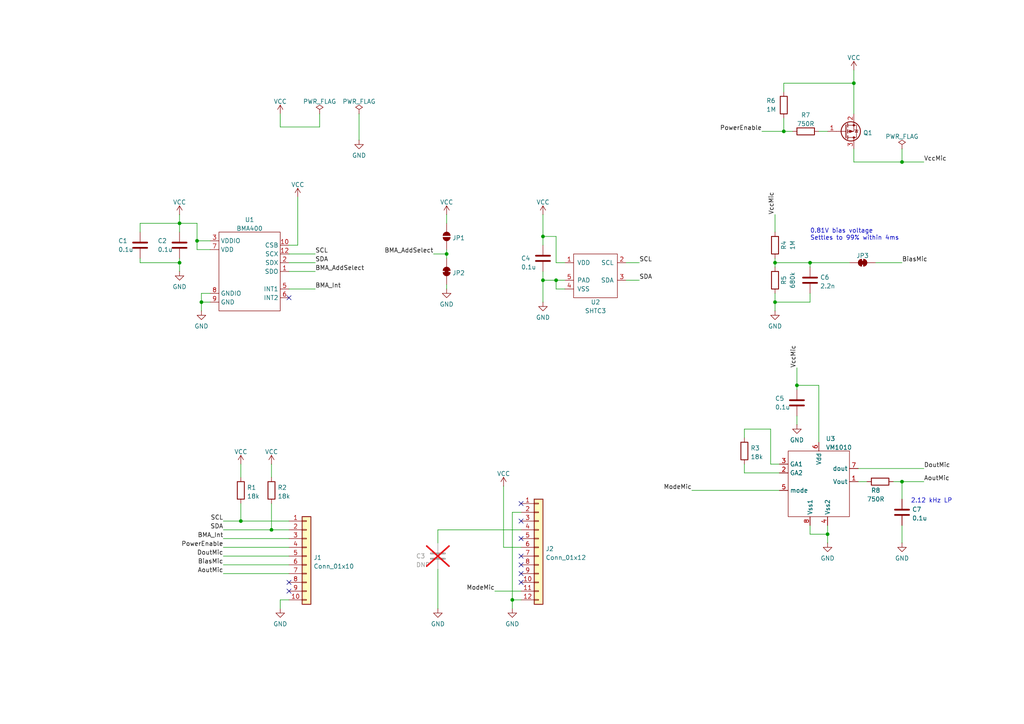
<source format=kicad_sch>
(kicad_sch (version 20231120) (generator "eeschema") (generator_version "8.0")
  (paper "A4")
  (lib_symbols
    (symbol "Connector_Generic:Conn_01x10" (pin_names (offset 1.016) hide)
      (property "Reference" "J" (at 0 12.7 0))
      (property "Value" "Conn_01x10" (at 0 -15.24 0))
      (symbol "Conn_01x10_1_1"
        (rectangle (start -1.27 -12.573) (end 0 -12.827) (stroke (width 0.1524)))
        (rectangle (start -1.27 -10.033) (end 0 -10.287) (stroke (width 0.1524)))
        (rectangle (start -1.27 -7.493) (end 0 -7.747) (stroke (width 0.1524)))
        (rectangle (start -1.27 -4.953) (end 0 -5.207) (stroke (width 0.1524)))
        (rectangle (start -1.27 -2.413) (end 0 -2.667) (stroke (width 0.1524)))
        (rectangle (start -1.27 0.127) (end 0 -0.127) (stroke (width 0.1524)))
        (rectangle (start -1.27 2.667) (end 0 2.413) (stroke (width 0.1524)))
        (rectangle (start -1.27 5.207) (end 0 4.953) (stroke (width 0.1524)))
        (rectangle (start -1.27 7.747) (end 0 7.493) (stroke (width 0.1524)))
        (rectangle (start -1.27 10.287) (end 0 10.033) (stroke (width 0.1524)))
        (rectangle (start -1.27 11.43) (end 1.27 -13.97) (stroke (width 0.254)) (fill (type background)))
        (pin passive line (at -5.08 10.16 0) (length 3.81) (name "Pin_1") (number "1"))
        (pin passive line (at -5.08 -12.7 0) (length 3.81) (name "Pin_10") (number "10"))
        (pin passive line (at -5.08 7.62 0) (length 3.81) (name "Pin_2") (number "2"))
        (pin passive line (at -5.08 5.08 0) (length 3.81) (name "Pin_3") (number "3"))
        (pin passive line (at -5.08 2.54 0) (length 3.81) (name "Pin_4") (number "4"))
        (pin passive line (at -5.08 0 0) (length 3.81) (name "Pin_5") (number "5"))
        (pin passive line (at -5.08 -2.54 0) (length 3.81) (name "Pin_6") (number "6"))
        (pin passive line (at -5.08 -5.08 0) (length 3.81) (name "Pin_7") (number "7"))
        (pin passive line (at -5.08 -7.62 0) (length 3.81) (name "Pin_8") (number "8"))
        (pin passive line (at -5.08 -10.16 0) (length 3.81) (name "Pin_9") (number "9"))
      )
    )
    (symbol "Connector_Generic:Conn_01x12" (pin_names (offset 1.016) hide)
      (property "Reference" "J" (at 0 15.24 0))
      (property "Value" "Conn_01x12" (at 0 -17.78 0))
      (symbol "Conn_01x12_1_1"
        (rectangle (start -1.27 -15.113) (end 0 -15.367) (stroke (width 0.1524)))
        (rectangle (start -1.27 -12.573) (end 0 -12.827) (stroke (width 0.1524)))
        (rectangle (start -1.27 -10.033) (end 0 -10.287) (stroke (width 0.1524)))
        (rectangle (start -1.27 -7.493) (end 0 -7.747) (stroke (width 0.1524)))
        (rectangle (start -1.27 -4.953) (end 0 -5.207) (stroke (width 0.1524)))
        (rectangle (start -1.27 -2.413) (end 0 -2.667) (stroke (width 0.1524)))
        (rectangle (start -1.27 0.127) (end 0 -0.127) (stroke (width 0.1524)))
        (rectangle (start -1.27 2.667) (end 0 2.413) (stroke (width 0.1524)))
        (rectangle (start -1.27 5.207) (end 0 4.953) (stroke (width 0.1524)))
        (rectangle (start -1.27 7.747) (end 0 7.493) (stroke (width 0.1524)))
        (rectangle (start -1.27 10.287) (end 0 10.033) (stroke (width 0.1524)))
        (rectangle (start -1.27 12.827) (end 0 12.573) (stroke (width 0.1524)))
        (rectangle (start -1.27 13.97) (end 1.27 -16.51) (stroke (width 0.254)) (fill (type background)))
        (pin passive line (at -5.08 12.7 0) (length 3.81) (name "Pin_1") (number "1"))
        (pin passive line (at -5.08 -10.16 0) (length 3.81) (name "Pin_10") (number "10"))
        (pin passive line (at -5.08 -12.7 0) (length 3.81) (name "Pin_11") (number "11"))
        (pin passive line (at -5.08 -15.24 0) (length 3.81) (name "Pin_12") (number "12"))
        (pin passive line (at -5.08 10.16 0) (length 3.81) (name "Pin_2") (number "2"))
        (pin passive line (at -5.08 7.62 0) (length 3.81) (name "Pin_3") (number "3"))
        (pin passive line (at -5.08 5.08 0) (length 3.81) (name "Pin_4") (number "4"))
        (pin passive line (at -5.08 2.54 0) (length 3.81) (name "Pin_5") (number "5"))
        (pin passive line (at -5.08 0 0) (length 3.81) (name "Pin_6") (number "6"))
        (pin passive line (at -5.08 -2.54 0) (length 3.81) (name "Pin_7") (number "7"))
        (pin passive line (at -5.08 -5.08 0) (length 3.81) (name "Pin_8") (number "8"))
        (pin passive line (at -5.08 -7.62 0) (length 3.81) (name "Pin_9") (number "9"))
      )
    )
    (symbol "Device:C" (pin_numbers hide) (pin_names (offset 0.254))
      (property "Reference" "C" (at 0.635 2.54 0))
      (property "Value" "C" (at 0.635 -2.54 0))
      (symbol "C_0_1"
        (polyline (pts (xy -2.032 -0.762) (xy 2.032 -0.762)) (stroke (width 0.508)))
        (polyline (pts (xy -2.032 0.762) (xy 2.032 0.762)) (stroke (width 0.508)))
      )
      (symbol "C_1_1"
        (pin passive line (at 0 3.81 270) (length 2.794) (name "~") (number "1"))
        (pin passive line (at 0 -3.81 90) (length 2.794) (name "~") (number "2"))
      )
    )
    (symbol "Device:Q_PMOS_GSD" (pin_names (offset 0) hide)
      (property "Reference" "Q" (at 5.08 1.27 0))
      (property "Value" "Q_PMOS_GSD" (at 5.08 -1.27 0))
      (symbol "Q_PMOS_GSD_0_1"
        (polyline (pts (xy 0.254 0) (xy -2.54 0)))
        (polyline (pts (xy 0.254 1.905) (xy 0.254 -1.905)) (stroke (width 0.254)))
        (polyline (pts (xy 0.762 -1.27) (xy 0.762 -2.286)) (stroke (width 0.254)))
        (polyline (pts (xy 0.762 0.508) (xy 0.762 -0.508)) (stroke (width 0.254)))
        (polyline (pts (xy 0.762 2.286) (xy 0.762 1.27)) (stroke (width 0.254)))
        (polyline (pts (xy 2.54 2.54) (xy 2.54 1.778)))
        (polyline (pts (xy 2.54 -2.54) (xy 2.54 0) (xy 0.762 0)))
        (polyline (pts (xy 0.762 1.778) (xy 3.302 1.778) (xy 3.302 -1.778) (xy 0.762 -1.778)))
        (polyline (pts (xy 2.286 0) (xy 1.27 0.381) (xy 1.27 -0.381) (xy 2.286 0)) (fill (type outline)))
        (polyline (pts (xy 2.794 -0.508) (xy 2.921 -0.381) (xy 3.683 -0.381) (xy 3.81 -0.254)))
        (polyline (pts (xy 3.302 -0.381) (xy 2.921 0.254) (xy 3.683 0.254) (xy 3.302 -0.381)))
        (circle (center 1.651 0) (radius 2.794) (stroke (width 0.254)))
        (circle (center 2.54 -1.778) (radius 0.254) (fill (type outline)))
        (circle (center 2.54 1.778) (radius 0.254) (fill (type outline)))
      )
      (symbol "Q_PMOS_GSD_1_1"
        (pin input line (at -5.08 0 0) (length 2.54) (name "G") (number "1"))
        (pin passive line (at 2.54 -5.08 90) (length 2.54) (name "S") (number "2"))
        (pin passive line (at 2.54 5.08 270) (length 2.54) (name "D") (number "3"))
      )
    )
    (symbol "Device:R" (pin_numbers hide) (pin_names (offset 0))
      (property "Reference" "R" (at 2.032 0 90))
      (property "Value" "R" (at 0 0 90))
      (symbol "R_0_1"
        (rectangle (start -1.016 -2.54) (end 1.016 2.54) (stroke (width 0.254)))
      )
      (symbol "R_1_1"
        (pin passive line (at 0 3.81 270) (length 1.27) (name "~") (number "1"))
        (pin passive line (at 0 -3.81 90) (length 1.27) (name "~") (number "2"))
      )
    )
    (symbol "Jumper:SolderJumper_2_Bridged" (pin_numbers hide) (pin_names (offset 0) hide) (exclude_from_sim yes) (in_bom no)
      (property "Reference" "JP" (at 0 2.032 0))
      (property "Value" "SolderJumper_2_Bridged" (at 0 -2.54 0))
      (symbol "SolderJumper_2_Bridged_0_1"
        (rectangle (start -0.508 0.508) (end 0.508 -0.508) (fill (type outline)))
        (arc (start -0.254 1.016) (mid -1.2656 0) (end -0.254 -1.016))
        (arc (start -0.254 1.016) (mid -1.2656 0) (end -0.254 -1.016) (fill (type outline)))
        (polyline (pts (xy -0.254 1.016) (xy -0.254 -1.016)))
        (polyline (pts (xy 0.254 1.016) (xy 0.254 -1.016)))
        (arc (start 0.254 -1.016) (mid 1.2656 0) (end 0.254 1.016))
        (arc (start 0.254 -1.016) (mid 1.2656 0) (end 0.254 1.016) (fill (type outline)))
      )
      (symbol "SolderJumper_2_Bridged_1_1"
        (pin passive line (at -3.81 0 0) (length 2.54) (name "A") (number "1"))
        (pin passive line (at 3.81 0 180) (length 2.54) (name "B") (number "2"))
      )
    )
    (symbol "Jumper:SolderJumper_2_Open" (pin_numbers hide) (pin_names (offset 0) hide) (exclude_from_sim yes) (in_bom no)
      (property "Reference" "JP" (at 0 2.032 0))
      (property "Value" "SolderJumper_2_Open" (at 0 -2.54 0))
      (symbol "SolderJumper_2_Open_0_1"
        (arc (start -0.254 1.016) (mid -1.2656 0) (end -0.254 -1.016))
        (arc (start -0.254 1.016) (mid -1.2656 0) (end -0.254 -1.016) (fill (type outline)))
        (polyline (pts (xy -0.254 1.016) (xy -0.254 -1.016)))
        (polyline (pts (xy 0.254 1.016) (xy 0.254 -1.016)))
        (arc (start 0.254 -1.016) (mid 1.2656 0) (end 0.254 1.016))
        (arc (start 0.254 -1.016) (mid 1.2656 0) (end 0.254 1.016) (fill (type outline)))
      )
      (symbol "SolderJumper_2_Open_1_1"
        (pin passive line (at -3.81 0 0) (length 2.54) (name "A") (number "1"))
        (pin passive line (at 3.81 0 180) (length 2.54) (name "B") (number "2"))
      )
    )
    (symbol "power:GND" (power) (pin_numbers hide) (pin_names (offset 0) hide)
      (property "Value" "GND" (at 0 -3.81 0))
      (symbol "GND_0_1"
        (polyline (pts (xy 0 0) (xy 0 -1.27) (xy 1.27 -1.27) (xy 0 -2.54) (xy -1.27 -1.27) (xy 0 -1.27)))
      )
      (symbol "GND_1_1"
        (pin power_in line (at 0 0 270) (length 0) (name "~") (number "1"))
      )
    )
    (symbol "power:PWR_FLAG" (power) (pin_numbers hide) (pin_names (offset 0) hide)
      (property "Value" "PWR_FLAG" (at 0 3.81 0))
      (symbol "PWR_FLAG_0_0"
        (pin power_out line (at 0 0 90) (length 0) (name "~") (number "1"))
      )
      (symbol "PWR_FLAG_0_1"
        (polyline (pts (xy 0 0) (xy 0 1.27) (xy -1.016 1.905) (xy 0 2.54) (xy 1.016 1.905) (xy 0 1.27)))
      )
    )
    (symbol "power:VCC" (power) (pin_numbers hide) (pin_names (offset 0) hide)
      (property "Value" "VCC" (at 0 3.556 0))
      (symbol "VCC_0_1"
        (polyline (pts (xy -0.762 1.27) (xy 0 2.54)))
        (polyline (pts (xy 0 0) (xy 0 2.54)))
        (polyline (pts (xy 0 2.54) (xy 0.762 1.27)))
      )
      (symbol "VCC_1_1"
        (pin power_in line (at 0 0 90) (length 0) (name "~") (number "1"))
      )
    )
    (symbol "voltix:BMA400"
      (property "Reference" "U" (at 0 -16.51 0))
      (property "Value" "BMA400" (at 0 -13.97 0))
      (symbol "BMA400_0_1"
        (rectangle (start -8.89 11.43) (end 8.89 -11.43))
      )
      (symbol "BMA400_1_1"
        (pin output line (at 11.43 0 180) (length 2.54) (name "SDO") (number "1"))
        (pin input line (at 11.43 7.62 180) (length 2.54) (name "CSB") (number "10"))
        (pin no_connect line (at -11.43 -1.27 0) (length 2.54) hide (name "NC") (number "11"))
        (pin input line (at 11.43 5.08 180) (length 2.54) (name "SCX") (number "12"))
        (pin input line (at 11.43 2.54 180) (length 2.54) (name "SDX") (number "2"))
        (pin power_in line (at -11.43 8.89 0) (length 2.54) (name "VDDIO") (number "3"))
        (pin no_connect line (at -11.43 1.27 0) (length 2.54) hide (name "NC") (number "4"))
        (pin output line (at 11.43 -5.08 180) (length 2.54) (name "INT1") (number "5"))
        (pin output line (at 11.43 -7.62 180) (length 2.54) (name "INT2") (number "6"))
        (pin power_in line (at -11.43 6.35 0) (length 2.54) (name "VDD") (number "7"))
        (pin power_in line (at -11.43 -6.35 0) (length 2.54) (name "GNDIO") (number "8"))
        (pin power_in line (at -11.43 -8.89 0) (length 2.54) (name "GND") (number "9"))
      )
    )
    (symbol "voltix:SHTC3" (pin_names (offset 1.016))
      (property "Reference" "U" (at 0 -10.16 0))
      (property "Value" "SHTC3" (at 0 -7.62 0))
      (symbol "SHTC3_0_1"
        (rectangle (start -6.35 6.35) (end 6.35 -6.35))
      )
      (symbol "SHTC3_1_1"
        (pin power_in line (at -8.89 3.81 0) (length 2.54) (name "VDD") (number "1"))
        (pin input line (at 8.89 3.81 180) (length 2.54) (name "SCL") (number "2"))
        (pin bidirectional line (at 8.89 -1.27 180) (length 2.54) (name "SDA") (number "3"))
        (pin power_in line (at -8.89 -3.81 0) (length 2.54) (name "VSS") (number "4"))
        (pin power_in line (at -8.89 -1.27 0) (length 2.54) (name "PAD") (number "5"))
      )
    )
    (symbol "voltix:VM1010"
      (property "Reference" "U" (at 10.16 -13.97 0))
      (property "Value" "VM1010" (at 10.16 -11.43 0))
      (symbol "VM1010_0_1"
        (rectangle (start -8.89 10.16) (end 8.89 -8.89))
      )
      (symbol "VM1010_1_1"
        (pin output line (at 11.43 1.27 180) (length 2.54) (name "Vout") (number "1"))
        (pin passive line (at -11.43 3.81 0) (length 2.54) (name "GA2") (number "2"))
        (pin passive line (at -11.43 6.35 0) (length 2.54) (name "GA1") (number "3"))
        (pin power_in line (at 2.54 -11.43 90) (length 2.54) (name "Vss2") (number "4"))
        (pin input line (at -11.43 -1.27 0) (length 2.54) (name "mode") (number "5"))
        (pin power_in line (at 0 12.7 270) (length 2.54) (name "Vdd") (number "6"))
        (pin output line (at 11.43 5.08 180) (length 2.54) (name "dout") (number "7"))
        (pin power_in line (at -2.54 -11.43 90) (length 2.54) (name "Vss1") (number "8"))
      )
    )
  )
  (junction (at 247.65 24.13))
  (junction (at 224.79 76.2))
  (junction (at 148.59 173.99))
  (junction (at 52.07 76.2))
  (junction (at 157.48 68.58))
  (junction (at 234.95 76.2))
  (junction (at 161.29 81.28))
  (junction (at 129.54 73.66))
  (junction (at 78.74 153.67))
  (junction (at 157.48 81.28))
  (junction (at 261.62 46.99))
  (junction (at 57.15 69.85))
  (junction (at 240.03 154.94))
  (junction (at 231.14 111.76))
  (junction (at 69.85 151.13))
  (junction (at 58.42 87.63))
  (junction (at 224.79 87.63))
  (junction (at 52.07 64.77))
  (junction (at 261.62 139.7))
  (junction (at 227.33 38.1))
  (no_connect (at 151.13 146.05))
  (no_connect (at 151.13 163.83))
  (no_connect (at 83.82 86.36))
  (no_connect (at 151.13 156.21))
  (no_connect (at 83.82 171.45))
  (no_connect (at 151.13 168.91))
  (no_connect (at 151.13 161.29))
  (no_connect (at 151.13 166.37))
  (no_connect (at 83.82 168.91))
  (no_connect (at 151.13 151.13))
  (wire (pts (xy 64.77 151.13) (xy 69.85 151.13)))
  (wire (pts (xy 58.42 90.17) (xy 58.42 87.63)))
  (wire (pts (xy 227.33 34.29) (xy 227.33 38.1)))
  (wire (pts (xy 227.33 38.1) (xy 229.87 38.1)))
  (wire (pts (xy 64.77 158.75) (xy 83.82 158.75)))
  (wire (pts (xy 69.85 134.62) (xy 69.85 138.43)))
  (wire (pts (xy 146.05 158.75) (xy 151.13 158.75)))
  (wire (pts (xy 215.9 137.16) (xy 215.9 134.62)))
  (wire (pts (xy 227.33 24.13) (xy 247.65 24.13)))
  (wire (pts (xy 57.15 69.85) (xy 57.15 64.77)))
  (wire (pts (xy 157.48 81.28) (xy 157.48 87.63)))
  (wire (pts (xy 81.28 173.99) (xy 83.82 173.99)))
  (wire (pts (xy 81.28 176.53) (xy 81.28 173.99)))
  (wire (pts (xy 52.07 62.23) (xy 52.07 64.77)))
  (wire (pts (xy 64.77 166.37) (xy 83.82 166.37)))
  (wire (pts (xy 40.64 74.93) (xy 40.64 76.2)))
  (wire (pts (xy 151.13 153.67) (xy 127 153.67)))
  (wire (pts (xy 52.07 76.2) (xy 52.07 78.74)))
  (wire (pts (xy 224.79 76.2) (xy 234.95 76.2)))
  (wire (pts (xy 83.82 73.66) (xy 91.44 73.66)))
  (wire (pts (xy 248.92 135.89) (xy 267.97 135.89)))
  (wire (pts (xy 181.61 76.2) (xy 185.42 76.2)))
  (wire (pts (xy 261.62 46.99) (xy 267.97 46.99)))
  (wire (pts (xy 146.05 140.97) (xy 146.05 158.75)))
  (wire (pts (xy 161.29 83.82) (xy 161.29 81.28)))
  (wire (pts (xy 78.74 146.05) (xy 78.74 153.67)))
  (wire (pts (xy 83.82 76.2) (xy 91.44 76.2)))
  (wire (pts (xy 261.62 43.18) (xy 261.62 46.99)))
  (wire (pts (xy 234.95 154.94) (xy 240.03 154.94)))
  (wire (pts (xy 247.65 46.99) (xy 261.62 46.99)))
  (wire (pts (xy 40.64 64.77) (xy 52.07 64.77)))
  (wire (pts (xy 83.82 78.74) (xy 91.44 78.74)))
  (wire (pts (xy 58.42 85.09) (xy 60.96 85.09)))
  (wire (pts (xy 259.08 139.7) (xy 261.62 139.7)))
  (wire (pts (xy 223.52 134.62) (xy 226.06 134.62)))
  (wire (pts (xy 92.71 36.83) (xy 92.71 33.02)))
  (wire (pts (xy 52.07 74.93) (xy 52.07 76.2)))
  (wire (pts (xy 86.36 57.15) (xy 86.36 71.12)))
  (wire (pts (xy 224.79 74.93) (xy 224.79 76.2)))
  (wire (pts (xy 40.64 67.31) (xy 40.64 64.77)))
  (wire (pts (xy 234.95 85.09) (xy 234.95 87.63)))
  (wire (pts (xy 60.96 72.39) (xy 57.15 72.39)))
  (wire (pts (xy 52.07 64.77) (xy 52.07 67.31)))
  (wire (pts (xy 163.83 81.28) (xy 161.29 81.28)))
  (wire (pts (xy 234.95 87.63) (xy 224.79 87.63)))
  (wire (pts (xy 69.85 151.13) (xy 83.82 151.13)))
  (wire (pts (xy 234.95 77.47) (xy 234.95 76.2)))
  (wire (pts (xy 215.9 127) (xy 215.9 124.46)))
  (wire (pts (xy 224.79 87.63) (xy 224.79 90.17)))
  (wire (pts (xy 231.14 106.68) (xy 231.14 111.76)))
  (wire (pts (xy 58.42 87.63) (xy 60.96 87.63)))
  (wire (pts (xy 78.74 153.67) (xy 83.82 153.67)))
  (wire (pts (xy 234.95 152.4) (xy 234.95 154.94)))
  (wire (pts (xy 234.95 76.2) (xy 246.38 76.2)))
  (wire (pts (xy 261.62 139.7) (xy 261.62 144.78)))
  (wire (pts (xy 240.03 154.94) (xy 240.03 157.48)))
  (wire (pts (xy 224.79 85.09) (xy 224.79 87.63)))
  (wire (pts (xy 237.49 128.27) (xy 237.49 111.76)))
  (wire (pts (xy 181.61 81.28) (xy 185.42 81.28)))
  (wire (pts (xy 157.48 62.23) (xy 157.48 68.58)))
  (wire (pts (xy 215.9 124.46) (xy 223.52 124.46)))
  (wire (pts (xy 247.65 24.13) (xy 247.65 20.32)))
  (wire (pts (xy 237.49 111.76) (xy 231.14 111.76)))
  (wire (pts (xy 224.79 76.2) (xy 224.79 77.47)))
  (wire (pts (xy 129.54 62.23) (xy 129.54 64.77)))
  (wire (pts (xy 125.73 73.66) (xy 129.54 73.66)))
  (wire (pts (xy 129.54 72.39) (xy 129.54 73.66)))
  (wire (pts (xy 161.29 76.2) (xy 161.29 68.58)))
  (wire (pts (xy 163.83 83.82) (xy 161.29 83.82)))
  (wire (pts (xy 57.15 72.39) (xy 57.15 69.85)))
  (wire (pts (xy 148.59 148.59) (xy 151.13 148.59)))
  (wire (pts (xy 57.15 69.85) (xy 60.96 69.85)))
  (wire (pts (xy 148.59 176.53) (xy 148.59 173.99)))
  (wire (pts (xy 227.33 26.67) (xy 227.33 24.13)))
  (wire (pts (xy 231.14 111.76) (xy 231.14 113.03)))
  (wire (pts (xy 64.77 156.21) (xy 83.82 156.21)))
  (wire (pts (xy 237.49 38.1) (xy 240.03 38.1)))
  (wire (pts (xy 157.48 78.74) (xy 157.48 81.28)))
  (wire (pts (xy 248.92 139.7) (xy 251.46 139.7)))
  (wire (pts (xy 143.51 171.45) (xy 151.13 171.45)))
  (wire (pts (xy 247.65 24.13) (xy 247.65 33.02)))
  (wire (pts (xy 129.54 73.66) (xy 129.54 74.93)))
  (wire (pts (xy 240.03 152.4) (xy 240.03 154.94)))
  (wire (pts (xy 231.14 120.65) (xy 231.14 123.19)))
  (wire (pts (xy 81.28 36.83) (xy 92.71 36.83)))
  (wire (pts (xy 224.79 62.23) (xy 224.79 67.31)))
  (wire (pts (xy 161.29 68.58) (xy 157.48 68.58)))
  (wire (pts (xy 104.14 33.02) (xy 104.14 40.64)))
  (wire (pts (xy 69.85 146.05) (xy 69.85 151.13)))
  (wire (pts (xy 86.36 71.12) (xy 83.82 71.12)))
  (wire (pts (xy 57.15 64.77) (xy 52.07 64.77)))
  (wire (pts (xy 127 153.67) (xy 127 157.48)))
  (wire (pts (xy 157.48 68.58) (xy 157.48 71.12)))
  (wire (pts (xy 148.59 173.99) (xy 151.13 173.99)))
  (wire (pts (xy 223.52 124.46) (xy 223.52 134.62)))
  (wire (pts (xy 247.65 43.18) (xy 247.65 46.99)))
  (wire (pts (xy 64.77 161.29) (xy 83.82 161.29)))
  (wire (pts (xy 261.62 152.4) (xy 261.62 157.48)))
  (wire (pts (xy 161.29 81.28) (xy 157.48 81.28)))
  (wire (pts (xy 200.66 142.24) (xy 226.06 142.24)))
  (wire (pts (xy 226.06 137.16) (xy 215.9 137.16)))
  (wire (pts (xy 163.83 76.2) (xy 161.29 76.2)))
  (wire (pts (xy 83.82 83.82) (xy 91.44 83.82)))
  (wire (pts (xy 40.64 76.2) (xy 52.07 76.2)))
  (wire (pts (xy 78.74 134.62) (xy 78.74 138.43)))
  (wire (pts (xy 64.77 153.67) (xy 78.74 153.67)))
  (wire (pts (xy 58.42 87.63) (xy 58.42 85.09)))
  (wire (pts (xy 81.28 33.02) (xy 81.28 36.83)))
  (wire (pts (xy 64.77 163.83) (xy 83.82 163.83)))
  (wire (pts (xy 261.62 139.7) (xy 267.97 139.7)))
  (wire (pts (xy 254 76.2) (xy 261.62 76.2)))
  (wire (pts (xy 148.59 173.99) (xy 148.59 148.59)))
  (wire (pts (xy 127 165.1) (xy 127 176.53)))
  (wire (pts (xy 220.98 38.1) (xy 227.33 38.1)))
  (wire (pts (xy 129.54 82.55) (xy 129.54 83.82)))
  (text "0.81V bias voltage\nSettles to 99% within 4ms" (at 234.95 69.85 0) (effects (font (size 1.27 1.27)) (justify left bottom)))
  (text "2.12 kHz LP" (at 264.16 146.05 0) (effects (font (size 1.27 1.27)) (justify left bottom)))
  (label "BMA_AddSelect" (at 91.44 78.74 0))
  (label "BiasMic" (at 64.77 163.83 180))
  (label "ModeMic" (at 143.51 171.45 180))
  (label "SCL" (at 185.42 76.2 0))
  (label "VccMic" (at 231.14 106.68 90))
  (label "BMA_AddSelect" (at 125.73 73.66 180))
  (label "AoutMic" (at 64.77 166.37 180))
  (label "BiasMic" (at 261.62 76.2 0))
  (label "SCL" (at 64.77 151.13 180))
  (label "AoutMic" (at 267.97 139.7 0))
  (label "PowerEnable" (at 64.77 158.75 180))
  (label "BMA_Int" (at 64.77 156.21 180))
  (label "DoutMic" (at 267.97 135.89 0))
  (label "SDA" (at 64.77 153.67 180))
  (label "VccMic" (at 267.97 46.99 0))
  (label "SCL" (at 91.44 73.66 0))
  (label "DoutMic" (at 64.77 161.29 180))
  (label "BMA_Int" (at 91.44 83.82 0))
  (label "ModeMic" (at 200.66 142.24 180))
  (label "SDA" (at 91.44 76.2 0))
  (label "SDA" (at 185.42 81.28 0))
  (label "VccMic" (at 224.79 62.23 90))
  (label "PowerEnable" (at 220.98 38.1 180))
  (symbol (lib_id "Device:R") (at 224.79 81.28 180) (unit 1)
    (property "Reference" "R5" (at 227.3331 81.28 90))
    (property "Value" "680k" (at 229.87 81.28 90))
    (property "Footprint" "Resistor_SMD:R_0805_2012Metric" (effects (hide yes)))
    (property "Description" "Resistor" (effects (hide yes)))
    (property "MPN" "RC0805FR-07680KL" (effects (hide yes)))
  )
  (symbol (lib_id "Device:C") (at 52.07 71.12 0) (unit 1)
    (property "Reference" "C2" (at 45.72 69.8531 0) (effects (justify left)))
    (property "Value" "0.1u" (at 45.72 72.39 0) (effects (justify left)))
    (property "Footprint" "Capacitor_SMD:C_0805_2012Metric" (effects (hide yes)))
    (property "Description" "Unpolarized capacitor" (effects (hide yes)))
    (property "MPN" "CL21B104MACNNNC" (effects (hide yes)))
  )
  (symbol (lib_id "power:GND") (at 224.79 90.17 0) (unit 1)
    (property "Reference" "#PWR017" (effects (hide yes)))
    (property "Value" "GND" (at 224.79 94.6134 0))
    (property "Description" "Power symbol creates a global label with name \"GND\" , ground" (effects (hide yes)))
  )
  (symbol (lib_id "power:VCC") (at 157.48 62.23 0) (unit 1)
    (property "Reference" "#PWR015" (effects (hide yes)))
    (property "Value" "VCC" (at 157.48 58.6542 0))
    (property "Description" "Power symbol creates a global label with name \"VCC\"" (effects (hide yes)))
  )
  (symbol (lib_id "Device:C") (at 127 161.29 0) (unit 1) (dnp yes)
    (property "Reference" "C3" (at 120.65 161.29 0) (effects (justify left)))
    (property "Value" "DNP" (at 120.65 163.8269 0) (effects (justify left)))
    (property "Footprint" "Capacitor_SMD:C_0805_2012Metric" (effects (hide yes)))
    (property "Description" "Unpolarized capacitor" (effects (hide yes)))
  )
  (symbol (lib_id "power:VCC") (at 78.74 134.62 0) (unit 1)
    (property "Reference" "#PWR05" (effects (hide yes)))
    (property "Value" "VCC" (at 78.74 131.0442 0))
    (property "Description" "Power symbol creates a global label with name \"VCC\"" (effects (hide yes)))
  )
  (symbol (lib_id "power:GND") (at 127 176.53 0) (unit 1)
    (property "Reference" "#PWR010" (effects (hide yes)))
    (property "Value" "GND" (at 127 180.9734 0))
    (property "Description" "Power symbol creates a global label with name \"GND\" , ground" (effects (hide yes)))
  )
  (symbol (lib_id "power:GND") (at 148.59 176.53 0) (unit 1)
    (property "Reference" "#PWR014" (effects (hide yes)))
    (property "Value" "GND" (at 148.59 180.9734 0))
    (property "Description" "Power symbol creates a global label with name \"GND\" , ground" (effects (hide yes)))
  )
  (symbol (lib_id "voltix:BMA400") (at 72.39 78.74 0) (unit 1)
    (property "Reference" "U1" (at 72.39 63.7372 0))
    (property "Value" "BMA400" (at 72.39 66.2741 0))
    (property "Footprint" "voltix:BOS_BMA400" (effects (hide yes)))
    (property "Description" "Bosch BMA400 accelerometer" (effects (hide yes)))
    (property "MPN" "BMA400" (effects (hide yes)))
  )
  (symbol (lib_id "power:PWR_FLAG") (at 261.62 43.18 0) (unit 1)
    (property "Reference" "#FLG03" (effects (hide yes)))
    (property "Value" "PWR_FLAG" (at 261.62 39.6042 0))
    (property "Description" "Special symbol for telling ERC where power comes from" (effects (hide yes)))
  )
  (symbol (lib_id "power:GND") (at 261.62 157.48 0) (unit 1)
    (property "Reference" "#PWR021" (effects (hide yes)))
    (property "Value" "GND" (at 261.62 161.9234 0))
    (property "Description" "Power symbol creates a global label with name \"GND\" , ground" (effects (hide yes)))
  )
  (symbol (lib_id "Device:C") (at 40.64 71.12 0) (unit 1)
    (property "Reference" "C1" (at 34.29 69.8531 0) (effects (justify left)))
    (property "Value" "0.1u" (at 34.29 72.39 0) (effects (justify left)))
    (property "Footprint" "Capacitor_SMD:C_0805_2012Metric" (effects (hide yes)))
    (property "Description" "Unpolarized capacitor" (effects (hide yes)))
    (property "MPN" "CL21B104MACNNNC" (effects (hide yes)))
  )
  (symbol (lib_id "Device:R") (at 224.79 71.12 180) (unit 1)
    (property "Reference" "R4" (at 227.3331 71.12 90))
    (property "Value" "1M" (at 229.87 71.12 90))
    (property "Footprint" "Resistor_SMD:R_0805_2012Metric" (effects (hide yes)))
    (property "Description" "Resistor" (effects (hide yes)))
    (property "MPN" "RMCF0805FG1M00" (effects (hide yes)))
  )
  (symbol (lib_id "power:VCC") (at 247.65 20.32 0) (unit 1)
    (property "Reference" "#PWR020" (effects (hide yes)))
    (property "Value" "VCC" (at 247.65 16.7442 0))
    (property "Description" "Power symbol creates a global label with name \"VCC\"" (effects (hide yes)))
  )
  (symbol (lib_id "power:GND") (at 104.14 40.64 0) (unit 1)
    (property "Reference" "#PWR09" (effects (hide yes)))
    (property "Value" "GND" (at 104.14 45.0834 0))
    (property "Description" "Power symbol creates a global label with name \"GND\" , ground" (effects (hide yes)))
  )
  (symbol (lib_id "Device:R") (at 233.68 38.1 90) (unit 1)
    (property "Reference" "R7" (at 233.68 33.3842 90))
    (property "Value" "750R" (at 233.68 35.9211 90))
    (property "Footprint" "Resistor_SMD:R_0805_2012Metric" (effects (hide yes)))
    (property "Description" "Resistor" (effects (hide yes)))
    (property "MPN" "RC0805FR-07750RL" (effects (hide yes)))
  )
  (symbol (lib_id "power:VCC") (at 69.85 134.62 0) (unit 1)
    (property "Reference" "#PWR04" (effects (hide yes)))
    (property "Value" "VCC" (at 69.85 131.0442 0))
    (property "Description" "Power symbol creates a global label with name \"VCC\"" (effects (hide yes)))
  )
  (symbol (lib_id "power:VCC") (at 81.28 33.02 0) (unit 1)
    (property "Reference" "#PWR06" (effects (hide yes)))
    (property "Value" "VCC" (at 81.28 29.4442 0))
    (property "Description" "Power symbol creates a global label with name \"VCC\"" (effects (hide yes)))
  )
  (symbol (lib_id "Connector_Generic:Conn_01x10") (at 88.9 161.29 0) (unit 1)
    (property "Reference" "J1" (at 90.932 161.7253 0) (effects (justify left)))
    (property "Value" "Conn_01x10" (at 90.932 164.2622 0) (effects (justify left)))
    (property "Footprint" "voltix:PinSocket_1x10_P2.54mm_Vertical" (effects (hide yes)))
    (property "Description" "Generic connector, single row, 01x10, script generated (kicad-library-utils/schlib/autogen/connector/)" (effects (hide yes)))
    (property "MPN" "PRT-11376 " (effects (hide yes)))
  )
  (symbol (lib_id "power:VCC") (at 52.07 62.23 0) (unit 1)
    (property "Reference" "#PWR01" (effects (hide yes)))
    (property "Value" "VCC" (at 52.07 58.6542 0))
    (property "Description" "Power symbol creates a global label with name \"VCC\"" (effects (hide yes)))
  )
  (symbol (lib_id "power:VCC") (at 86.36 57.15 0) (unit 1)
    (property "Reference" "#PWR08" (effects (hide yes)))
    (property "Value" "VCC" (at 86.36 53.5742 0))
    (property "Description" "Power symbol creates a global label with name \"VCC\"" (effects (hide yes)))
  )
  (symbol (lib_id "power:GND") (at 231.14 123.19 0) (unit 1)
    (property "Reference" "#PWR018" (effects (hide yes)))
    (property "Value" "GND" (at 231.14 127.6334 0))
    (property "Description" "Power symbol creates a global label with name \"GND\" , ground" (effects (hide yes)))
  )
  (symbol (lib_id "Device:R") (at 78.74 142.24 0) (unit 1)
    (property "Reference" "R2" (at 80.518 141.4053 0) (effects (justify left)))
    (property "Value" "18k" (at 80.518 143.9422 0) (effects (justify left)))
    (property "Footprint" "Resistor_SMD:R_0805_2012Metric" (effects (hide yes)))
    (property "Description" "Resistor" (effects (hide yes)))
    (property "MPN" "RC0805FR-0718KL" (effects (hide yes)))
  )
  (symbol (lib_id "Jumper:SolderJumper_2_Bridged") (at 129.54 78.74 90) (unit 1) (in_bom no)
    (property "Reference" "JP2" (at 131.191 79.1738 90) (effects (justify right)))
    (property "Value" "SolderJumper_2_Bridged" (effects (hide yes)))
    (property "Footprint" "voltix:SolderJumper-2_P1.3mm_Bridged_RoundedPad1.0x1.5mm_NoMsk" (effects (hide yes)))
    (property "Description" "Solder Jumper, 2-pole, closed/bridged" (effects (hide yes)))
  )
  (symbol (lib_id "power:GND") (at 240.03 157.48 0) (unit 1)
    (property "Reference" "#PWR019" (effects (hide yes)))
    (property "Value" "GND" (at 240.03 161.9234 0))
    (property "Description" "Power symbol creates a global label with name \"GND\" , ground" (effects (hide yes)))
  )
  (symbol (lib_id "Device:R") (at 227.33 30.48 180) (unit 1)
    (property "Reference" "R6" (at 222.25 29.21 0) (effects (justify right)))
    (property "Value" "1M" (at 222.25 31.7469 0) (effects (justify right)))
    (property "Footprint" "Resistor_SMD:R_0805_2012Metric" (effects (hide yes)))
    (property "Description" "Resistor" (effects (hide yes)))
    (property "MPN" "RMCF0805FG1M00" (effects (hide yes)))
  )
  (symbol (lib_id "Device:Q_PMOS_GSD") (at 245.11 38.1 0) (mirror x) (unit 1)
    (property "Reference" "Q1" (at 250.317 38.5338 0) (effects (justify left)))
    (property "Value" "Q_PMOS_GSD" (effects (hide yes)))
    (property "Footprint" "voltix:DIODES_SOT-23-3" (effects (hide yes)))
    (property "Description" "P-MOSFET transistor, gate/source/drain" (effects (hide yes)))
    (property "MPN" "DMG2301L-7" (effects (hide yes)))
  )
  (symbol (lib_id "power:VCC") (at 129.54 62.23 0) (unit 1)
    (property "Reference" "#PWR011" (effects (hide yes)))
    (property "Value" "VCC" (at 129.54 58.6542 0))
    (property "Description" "Power symbol creates a global label with name \"VCC\"" (effects (hide yes)))
  )
  (symbol (lib_id "Jumper:SolderJumper_2_Open") (at 129.54 68.58 90) (unit 1) (in_bom no)
    (property "Reference" "JP1" (at 131.191 69.0138 90) (effects (justify right)))
    (property "Value" "SolderJumper_2_Open" (effects (hide yes)))
    (property "Footprint" "Jumper:SolderJumper-2_P1.3mm_Open_RoundedPad1.0x1.5mm" (effects (hide yes)))
    (property "Description" "Solder Jumper, 2-pole, open" (effects (hide yes)))
  )
  (symbol (lib_id "power:PWR_FLAG") (at 92.71 33.02 0) (unit 1)
    (property "Reference" "#FLG01" (effects (hide yes)))
    (property "Value" "PWR_FLAG" (at 92.71 29.4442 0))
    (property "Description" "Special symbol for telling ERC where power comes from" (effects (hide yes)))
  )
  (symbol (lib_id "Connector_Generic:Conn_01x12") (at 156.21 158.75 0) (unit 1)
    (property "Reference" "J2" (at 158.242 159.1853 0) (effects (justify left)))
    (property "Value" "Conn_01x12" (at 158.242 161.7222 0) (effects (justify left)))
    (property "Footprint" "voltix:PinSocket_1x12_P2.54mm_Vertical" (effects (hide yes)))
    (property "Description" "Generic connector, single row, 01x12, script generated (kicad-library-utils/schlib/autogen/connector/)" (effects (hide yes)))
    (property "MPN" "PRT-14322" (effects (hide yes)))
  )
  (symbol (lib_id "Jumper:SolderJumper_2_Bridged") (at 250.19 76.2 180) (unit 1) (in_bom no)
    (property "Reference" "JP3" (at 250.19 74.1482 0))
    (property "Value" "SolderJumper_2_Bridged" (effects (hide yes)))
    (property "Footprint" "voltix:SolderJumper-2_P1.3mm_Bridged_RoundedPad1.0x1.5mm_NoMsk" (effects (hide yes)))
    (property "Description" "Solder Jumper, 2-pole, closed/bridged" (effects (hide yes)))
  )
  (symbol (lib_id "voltix:VM1010") (at 237.49 140.97 0) (unit 1)
    (property "Reference" "U3" (at 239.5094 127.2372 0) (effects (justify left)))
    (property "Value" "VM1010" (at 239.5094 129.7741 0) (effects (justify left)))
    (property "Footprint" "voltix:VES_VM1010" (effects (hide yes)))
    (property "Description" "MEMS Mic" (effects (hide yes)))
    (property "MPN" "PMM-3738-VM1010-R" (effects (hide yes)))
  )
  (symbol (lib_id "Device:C") (at 234.95 81.28 0) (unit 1)
    (property "Reference" "C6" (at 237.871 80.4453 0) (effects (justify left)))
    (property "Value" "2.2n" (at 237.871 82.9822 0) (effects (justify left)))
    (property "Footprint" "Capacitor_SMD:C_0805_2012Metric" (effects (hide yes)))
    (property "Description" "Unpolarized capacitor" (effects (hide yes)))
    (property "MPN" "885012207088" (effects (hide yes)))
  )
  (symbol (lib_id "Device:R") (at 215.9 130.81 0) (unit 1)
    (property "Reference" "R3" (at 217.678 129.9753 0) (effects (justify left)))
    (property "Value" "18k" (at 217.678 132.5122 0) (effects (justify left)))
    (property "Footprint" "Resistor_SMD:R_0805_2012Metric" (effects (hide yes)))
    (property "Description" "Resistor" (effects (hide yes)))
    (property "MPN" "RC0805FR-0718KL" (effects (hide yes)))
  )
  (symbol (lib_id "Device:R") (at 255.27 139.7 90) (unit 1)
    (property "Reference" "R8" (at 254 142.24 90))
    (property "Value" "750R" (at 254 144.7769 90))
    (property "Footprint" "Resistor_SMD:R_0805_2012Metric" (effects (hide yes)))
    (property "Description" "Resistor" (effects (hide yes)))
    (property "MPN" "RC0805FR-07750RL" (effects (hide yes)))
  )
  (symbol (lib_id "power:GND") (at 58.42 90.17 0) (unit 1)
    (property "Reference" "#PWR03" (effects (hide yes)))
    (property "Value" "GND" (at 58.42 94.6134 0))
    (property "Description" "Power symbol creates a global label with name \"GND\" , ground" (effects (hide yes)))
  )
  (symbol (lib_id "Device:C") (at 231.14 116.84 0) (unit 1)
    (property "Reference" "C5" (at 224.79 115.5731 0) (effects (justify left)))
    (property "Value" "0.1u" (at 224.79 118.11 0) (effects (justify left)))
    (property "Footprint" "Capacitor_SMD:C_0805_2012Metric" (effects (hide yes)))
    (property "Description" "Unpolarized capacitor" (effects (hide yes)))
    (property "MPN" "CL21B104MACNNNC" (effects (hide yes)))
  )
  (symbol (lib_id "power:PWR_FLAG") (at 104.14 33.02 0) (unit 1)
    (property "Reference" "#FLG02" (effects (hide yes)))
    (property "Value" "PWR_FLAG" (at 104.14 29.4442 0))
    (property "Description" "Special symbol for telling ERC where power comes from" (effects (hide yes)))
  )
  (symbol (lib_id "power:VCC") (at 146.05 140.97 0) (unit 1)
    (property "Reference" "#PWR013" (effects (hide yes)))
    (property "Value" "VCC" (at 146.05 137.3942 0))
    (property "Description" "Power symbol creates a global label with name \"VCC\"" (effects (hide yes)))
  )
  (symbol (lib_id "voltix:SHTC3") (at 172.72 80.01 0) (unit 1)
    (property "Reference" "U2" (at 172.72 87.6331 0))
    (property "Value" "SHTC3" (at 172.72 90.17 0))
    (property "Footprint" "voltix:SEN_SHTC3" (effects (hide yes)))
    (property "Description" "I2C T&H sensor" (effects (hide yes)))
    (property "MPN" "SHTC3" (effects (hide yes)))
  )
  (symbol (lib_id "Device:C") (at 261.62 148.59 0) (unit 1)
    (property "Reference" "C7" (at 264.541 147.7553 0) (effects (justify left)))
    (property "Value" "0.1u" (at 264.541 150.2922 0) (effects (justify left)))
    (property "Footprint" "Capacitor_SMD:C_0805_2012Metric" (effects (hide yes)))
    (property "Description" "Unpolarized capacitor" (effects (hide yes)))
    (property "MPN" "CL21B104MACNNNC" (effects (hide yes)))
  )
  (symbol (lib_id "Device:R") (at 69.85 142.24 0) (unit 1)
    (property "Reference" "R1" (at 71.628 141.4053 0) (effects (justify left)))
    (property "Value" "18k" (at 71.628 143.9422 0) (effects (justify left)))
    (property "Footprint" "Resistor_SMD:R_0805_2012Metric" (effects (hide yes)))
    (property "Description" "Resistor" (effects (hide yes)))
    (property "MPN" "RC0805FR-0718KL" (effects (hide yes)))
  )
  (symbol (lib_id "power:GND") (at 129.54 83.82 0) (unit 1)
    (property "Reference" "#PWR012" (effects (hide yes)))
    (property "Value" "GND" (at 129.54 88.2634 0))
    (property "Description" "Power symbol creates a global label with name \"GND\" , ground" (effects (hide yes)))
  )
  (symbol (lib_id "Device:C") (at 157.48 74.93 0) (unit 1)
    (property "Reference" "C4" (at 151.13 74.93 0) (effects (justify left)))
    (property "Value" "0.1u" (at 151.13 77.4669 0) (effects (justify left)))
    (property "Footprint" "Capacitor_SMD:C_0805_2012Metric" (effects (hide yes)))
    (property "Description" "Unpolarized capacitor" (effects (hide yes)))
    (property "MPN" "CL21B104MACNNNC" (effects (hide yes)))
  )
  (symbol (lib_id "power:GND") (at 157.48 87.63 0) (unit 1)
    (property "Reference" "#PWR016" (effects (hide yes)))
    (property "Value" "GND" (at 157.48 92.0734 0))
    (property "Description" "Power symbol creates a global label with name \"GND\" , ground" (effects (hide yes)))
  )
  (symbol (lib_id "power:GND") (at 81.28 176.53 0) (unit 1)
    (property "Reference" "#PWR07" (effects (hide yes)))
    (property "Value" "GND" (at 81.28 180.9734 0))
    (property "Description" "Power symbol creates a global label with name \"GND\" , ground" (effects (hide yes)))
  )
  (symbol (lib_id "power:GND") (at 52.07 78.74 0) (unit 1)
    (property "Reference" "#PWR02" (effects (hide yes)))
    (property "Value" "GND" (at 52.07 83.1834 0))
    (property "Description" "Power symbol creates a global label with name \"GND\" , ground" (effects (hide yes)))
  )
)
</source>
